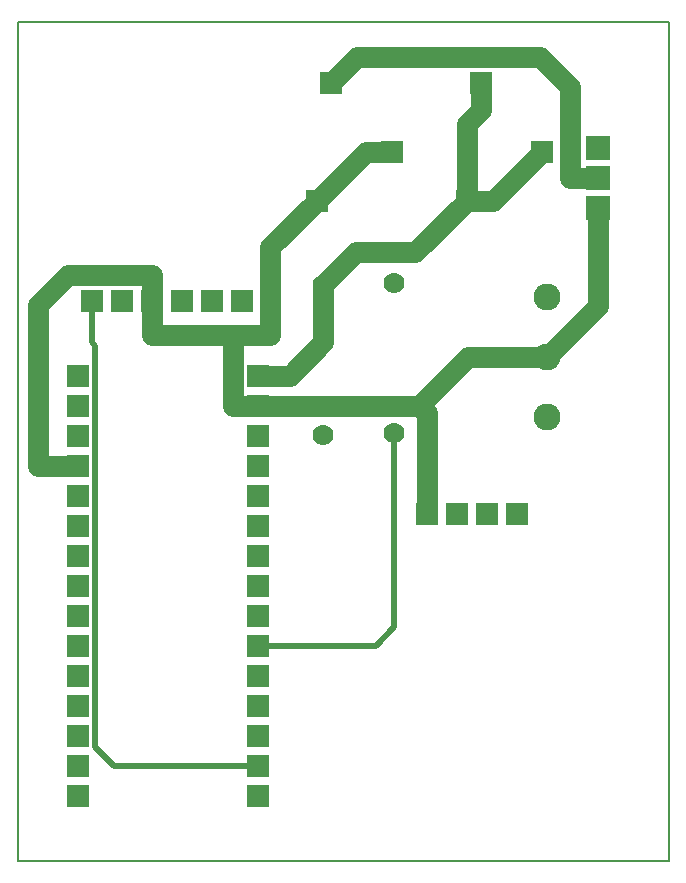
<source format=gbr>
G04 PROTEUS RS274X GERBER FILE*
%FSLAX45Y45*%
%MOMM*%
G01*
%ADD10C,1.778000*%
%ADD11C,0.508000*%
%ADD12R,1.905000X1.905000*%
%ADD13C,2.286000*%
%ADD14R,2.032000X2.032000*%
%ADD15C,1.778000*%
%ADD16C,0.203200*%
D10*
X+2014000Y-2417000D02*
X+1778000Y-2417000D01*
X+1778000Y-1651000D01*
X+1524000Y-1397000D01*
X-27600Y-1397000D01*
X-248300Y-1617700D01*
X-1763000Y-3457000D02*
X-1763000Y-3238500D01*
X-2476500Y-3238500D01*
X-2730500Y-3492500D01*
X-2730500Y-4854000D01*
X-2388000Y-4854000D01*
X+1585000Y-3934700D02*
X+2014000Y-3505700D01*
X+2014000Y-2671000D01*
X+1585000Y-3934700D02*
X+912100Y-3934700D01*
X+500800Y-4346000D01*
X-366000Y-2611100D02*
X+48000Y-2197100D01*
X+266700Y-2197100D01*
X-1763000Y-3457000D02*
X-1763000Y-3746500D01*
X-1079500Y-3746500D01*
X-864000Y-4346000D02*
X-1079500Y-4346000D01*
X-1079500Y-3746500D01*
X-366000Y-2611100D02*
X-762000Y-3007100D01*
X-762000Y-3746500D01*
X-1079500Y-3746500D01*
X-864000Y-4346000D02*
X+500800Y-4346000D01*
X+564300Y-4409500D01*
X+564300Y-5260300D01*
X-311400Y-3328700D02*
X-311400Y-3810000D01*
X-593400Y-4092000D01*
X-864000Y-4092000D01*
X+904000Y-2611100D02*
X+467100Y-3048000D01*
X-30700Y-3048000D01*
X-311400Y-3328700D01*
X+904000Y-2611100D02*
X+904000Y-1959200D01*
X+1021700Y-1841500D01*
X+904000Y-2611100D02*
X+1122700Y-2611100D01*
X+1536700Y-2197100D01*
X+1021700Y-1841500D02*
X+1021700Y-1617700D01*
D11*
X+290000Y-4579000D02*
X+290000Y-6223000D01*
X+135000Y-6378000D01*
X-864000Y-6378000D01*
X-2271000Y-3457000D02*
X-2271000Y-3810000D01*
X-2241950Y-3839050D01*
X-2241950Y-7239000D01*
X-2086950Y-7394000D01*
X-864000Y-7394000D01*
D12*
X-864000Y-7648000D03*
X-864000Y-7394000D03*
X-864000Y-7140000D03*
X-864000Y-6886000D03*
X-864000Y-6632000D03*
X-864000Y-6378000D03*
X-864000Y-6124000D03*
X-864000Y-5870000D03*
X-864000Y-5616000D03*
X-864000Y-5362000D03*
X-864000Y-5108000D03*
X-864000Y-4854000D03*
X-864000Y-4600000D03*
X-864000Y-4346000D03*
X-864000Y-4092000D03*
X-2388000Y-4092000D03*
X-2388000Y-4346000D03*
X-2388000Y-4600000D03*
X-2388000Y-4854000D03*
X-2388000Y-5108000D03*
X-2388000Y-5362000D03*
X-2388000Y-5616000D03*
X-2388000Y-5870000D03*
X-2388000Y-6124000D03*
X-2388000Y-6378000D03*
X-2388000Y-6632000D03*
X-2388000Y-6886000D03*
X-2388000Y-7140000D03*
X-2388000Y-7394000D03*
X-2388000Y-7648000D03*
X+564300Y-5260300D03*
X+818300Y-5260300D03*
X+1072300Y-5260300D03*
X+1326300Y-5260300D03*
X-2271000Y-3457000D03*
X-2017000Y-3457000D03*
X-1763000Y-3457000D03*
X-1509000Y-3457000D03*
X-1255000Y-3457000D03*
X-1001000Y-3457000D03*
D13*
X+1585000Y-3426700D03*
X+1585000Y-3934700D03*
X+1585000Y-4442700D03*
D12*
X+1536700Y-2197100D03*
X+266700Y-2197100D03*
X+904000Y-2611100D03*
X-366000Y-2611100D03*
D14*
X+2014000Y-2163000D03*
X+2014000Y-2417000D03*
X+2014000Y-2671000D03*
D12*
X+1021700Y-1617700D03*
X-248300Y-1617700D03*
D15*
X-311400Y-3328700D03*
X-311400Y-4598700D03*
X+290000Y-3309000D03*
X+290000Y-4579000D03*
D16*
X-2900000Y-8200000D02*
X+2613000Y-8200000D01*
X+2613000Y-1097600D01*
X-2900000Y-1097600D01*
X-2900000Y-8200000D01*
M02*

</source>
